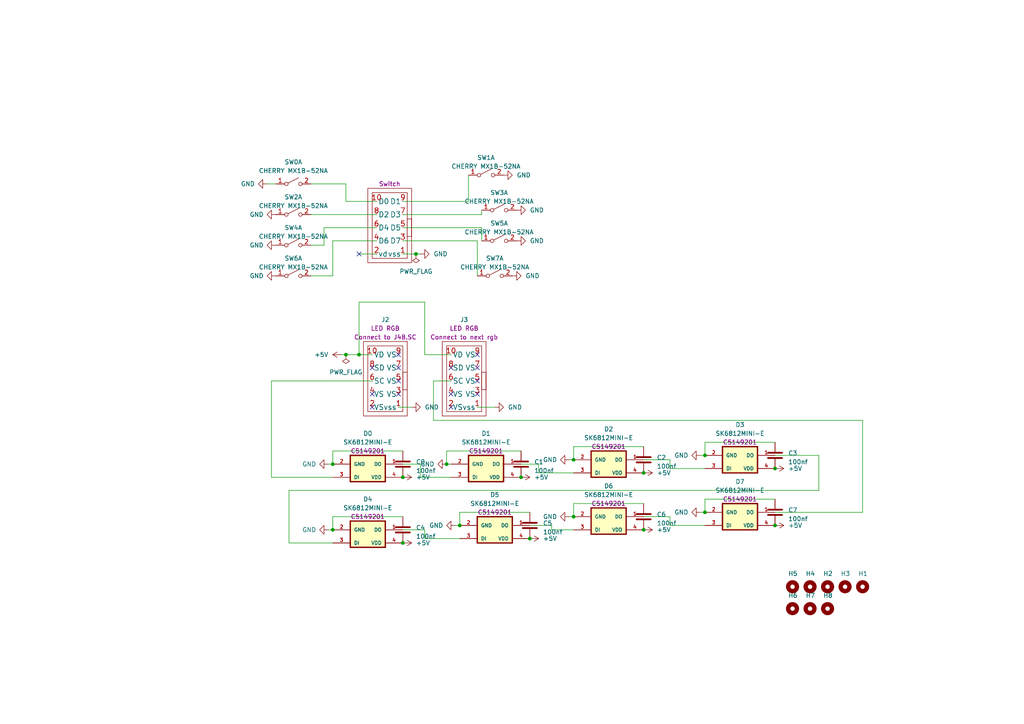
<source format=kicad_sch>
(kicad_sch (version 20230121) (generator eeschema)
  (paper "A4")
  (lib_symbols
    (symbol "IDC-Header_2x05_P2.54mm_Vertical_1"
      (property "Reference" "J2" (at 0 17.78 0))
      (property "Champ4" "LED RGB" (at 0 15.24 0))
      (property "Champ5" "Connect to J4B.SC" (at 0 12.7 0))
      (symbol "IDC-Header_2x05_P2.54mm_Vertical_1_0_1"
        (rectangle (start -6.35 -10.16) (end 6.35 11.43))
        (rectangle (start -5.08 -8.89) (end 5.08 10.16))
        (rectangle (start 5.08 -2.54) (end 6.35 2.54))
      )
      (symbol "IDC-Header_2x05_P2.54mm_Vertical_1_1_1"
        (pin passive line (at 3.81 -7.62 180) (length 0) (name "vss") (number "1"))
        (pin passive line (at -3.81 7.62 0) (length 0) (name "VD") (number "10"))
        (pin passive line (at -3.81 -7.62 0) (length 0) (name "VS") (number "2"))
        (pin passive line (at 3.81 -3.81 180) (length 0) (name "VS") (number "3"))
        (pin passive line (at -3.81 -3.81 0) (length 0) (name "VS") (number "4"))
        (pin passive line (at 3.81 0 180) (length 0) (name "VS") (number "5"))
        (pin passive line (at -3.81 0 0) (length 0) (name "SC") (number "6"))
        (pin passive line (at 3.81 3.81 180) (length 0) (name "VS") (number "7"))
        (pin passive line (at -3.81 3.81 0) (length 0) (name "SD") (number "8"))
        (pin passive line (at 3.81 7.62 180) (length 0) (name "VS") (number "9"))
      )
    )
    (symbol "Mechanical:MountingHole" (pin_names (offset 1.016))
      (property "Reference" "H" (at 0 5.08 0))
      (property "Value" "MountingHole" (at 0 3.175 0))
      (symbol "MountingHole_0_1"
        (circle (center 0 0) (radius 1.27) (stroke (width 1.27)))
      )
    )
    (symbol "Switch:SW_DPST_x2" (pin_names (offset 0) hide)
      (property "Reference" "SW" (at 0 3.175 0))
      (property "Value" "SW_DPST_x2" (at 0 -2.54 0))
      (symbol "SW_DPST_x2_0_0"
        (circle (center -2.032 0) (radius 0.508))
        (polyline (pts (xy -1.524 0.254) (xy 1.524 1.778)))
        (circle (center 2.032 0) (radius 0.508))
      )
      (symbol "SW_DPST_x2_1_1"
        (pin passive line (at -5.08 0 0) (length 2.54) (name "A") (number "1"))
        (pin passive line (at 5.08 0 180) (length 2.54) (name "B") (number "2"))
      )
      (symbol "SW_DPST_x2_2_1"
        (pin passive line (at -5.08 0 0) (length 2.54) (name "A") (number "3"))
        (pin passive line (at 5.08 0 180) (length 2.54) (name "B") (number "4"))
      )
    )
    (symbol "ksir_2023:C-100nf" (pin_numbers hide) (pin_names (offset 0.254))
      (property "Reference" "C1" (at 3.81 1.2701 0))
      (property "Value" "100nf" (at 3.81 -1.2699 0))
      (symbol "C-100nf_0_1"
        (polyline (pts (xy -2.032 -0.762) (xy 2.032 -0.762)) (stroke (width 0.508)))
        (polyline (pts (xy -2.032 0.762) (xy 2.032 0.762)) (stroke (width 0.508)))
      )
      (symbol "C-100nf_1_1"
        (pin passive line (at 0 3.81 270) (length 2.794) (name "~") (number "1"))
        (pin passive line (at 0 -3.81 90) (length 2.794) (name "~") (number "2"))
      )
    )
    (symbol "ksir_2023:IDC-Header_2x05_P2.54mm_Vertical"
      (property "Reference" "J?" (at 0 16.51 0))
      (property "Value" "IDC-Header_2x05_P2.54mm_Vertical" (at 0 13.97 0))
      (symbol "IDC-Header_2x05_P2.54mm_Vertical_0_1"
        (rectangle (start -6.35 -10.16) (end 6.35 11.43))
        (rectangle (start -5.08 -8.89) (end 5.08 10.16))
        (rectangle (start 5.08 -2.54) (end 6.35 2.54))
      )
      (symbol "IDC-Header_2x05_P2.54mm_Vertical_1_1"
        (pin passive line (at 3.81 -7.62 180) (length 0) (name "vss") (number "1"))
        (pin passive line (at -3.81 7.62 0) (length 0) (name "D0") (number "10"))
        (pin passive line (at -3.81 -7.62 0) (length 0) (name "vd") (number "2"))
        (pin passive line (at 3.81 -3.81 180) (length 0) (name "D7") (number "3"))
        (pin passive line (at -3.81 -3.81 0) (length 0) (name "D6") (number "4"))
        (pin passive line (at 3.81 0 180) (length 0) (name "D5") (number "5"))
        (pin passive line (at -3.81 0 0) (length 0) (name "D4") (number "6"))
        (pin passive line (at 3.81 3.81 180) (length 0) (name "D3") (number "7"))
        (pin passive line (at -3.81 3.81 0) (length 0) (name "D2") (number "8"))
        (pin passive line (at 3.81 7.62 180) (length 0) (name "D1") (number "9"))
      )
    )
    (symbol "ksir_2023:WS2812-2020_1" (pin_names (offset 1.016))
      (property "Reference" "D1" (at 0 8.89 0))
      (property "Value" "WS2812-2020" (at 0 6.35 0))
      (property "JLCPCB Part #" "C2976072" (at 0 0 0))
      (symbol "WS2812-2020_1_0_0"
        (rectangle (start -5.08 3.81) (end 5.08 -3.81) (stroke (width 0.4064)) (fill (type background)))
        (pin output line (at 10.16 1.27 180) (length 5.08) (name "DO") (number "1"))
        (pin power_in line (at -10.16 1.27 0) (length 5.08) (name "GND") (number "2"))
        (pin input line (at -10.16 -2.54 0) (length 5.08) (name "DI") (number "3"))
        (pin power_in line (at 10.16 -2.54 180) (length 5.08) (name "VDD") (number "4"))
      )
    )
    (symbol "power:+5V" (power) (pin_names (offset 0))
      (property "Value" "+5V" (at 0 3.556 0))
      (symbol "+5V_0_1"
        (polyline (pts (xy -0.762 1.27) (xy 0 2.54)))
        (polyline (pts (xy 0 0) (xy 0 2.54)))
        (polyline (pts (xy 0 2.54) (xy 0.762 1.27)))
      )
      (symbol "+5V_1_1"
        (pin power_in line (at 0 0 90) (length 0) hide (name "+5V") (number "1"))
      )
    )
    (symbol "power:GND" (power) (pin_names (offset 0))
      (property "Value" "GND" (at 0 -3.81 0))
      (symbol "GND_0_1"
        (polyline (pts (xy 0 0) (xy 0 -1.27) (xy 1.27 -1.27) (xy 0 -2.54) (xy -1.27 -1.27) (xy 0 -1.27)))
      )
      (symbol "GND_1_1"
        (pin power_in line (at 0 0 270) (length 0) hide (name "GND") (number "1"))
      )
    )
    (symbol "power:PWR_FLAG" (power) (pin_numbers hide) (pin_names (offset 0) hide)
      (property "Value" "PWR_FLAG" (at 0 3.81 0))
      (symbol "PWR_FLAG_0_0"
        (pin power_out line (at 0 0 90) (length 0) (name "pwr") (number "1"))
      )
      (symbol "PWR_FLAG_0_1"
        (polyline (pts (xy 0 0) (xy 0 1.27) (xy -1.016 1.905) (xy 0 2.54) (xy 1.016 1.905) (xy 0 1.27)))
      )
    )
  )
  (junction (at 129.54 134.62))
  (junction (at 104.14 102.87))
  (junction (at 133.35 152.4))
  (junction (at 186.69 137.16))
  (junction (at 100.33 102.87))
  (junction (at 96.52 134.62))
  (junction (at 224.79 135.89))
  (junction (at 166.37 149.86))
  (junction (at 116.84 138.43))
  (junction (at 151.13 138.43))
  (junction (at 96.52 153.67))
  (junction (at 153.67 156.21))
  (junction (at 166.37 133.35))
  (junction (at 204.47 148.59))
  (junction (at 224.79 152.4))
  (junction (at 116.84 157.48))
  (junction (at 186.69 153.67))
  (junction (at 120.65 73.66))
  (junction (at 204.47 132.08))
  (no_connect (at 115.57 102.87))
  (no_connect (at 138.43 102.87))
  (no_connect (at 107.95 106.68))
  (no_connect (at 115.57 114.3))
  (no_connect (at 115.57 110.49))
  (no_connect (at 104.14 73.66))
  (no_connect (at 138.43 114.3))
  (no_connect (at 115.57 106.68))
  (no_connect (at 130.81 118.11))
  (no_connect (at 138.43 110.49))
  (no_connect (at 130.81 106.68))
  (no_connect (at 138.43 106.68))
  (no_connect (at 107.95 114.3))
  (no_connect (at 130.81 114.3))
  (no_connect (at 107.95 118.11))
  (wire (pts (xy 95.25 153.67) (xy 96.52 153.67)))
  (wire (pts (xy 224.79 128.27) (xy 204.47 128.27)))
  (wire (pts (xy 100.33 58.42) (xy 100.33 53.34)))
  (wire (pts (xy 166.37 129.54) (xy 166.37 133.35)))
  (wire (pts (xy 194.31 149.86) (xy 194.31 152.4)))
  (wire (pts (xy 130.81 102.87) (xy 123.19 102.87)))
  (wire (pts (xy 78.74 110.49) (xy 78.74 138.43)))
  (wire (pts (xy 224.79 148.59) (xy 250.19 148.59)))
  (wire (pts (xy 104.14 102.87) (xy 107.95 102.87)))
  (wire (pts (xy 100.33 53.34) (xy 90.17 53.34)))
  (wire (pts (xy 83.82 142.24) (xy 83.82 157.48)))
  (wire (pts (xy 194.31 152.4) (xy 204.47 152.4)))
  (wire (pts (xy 104.14 87.63) (xy 104.14 102.87)))
  (wire (pts (xy 151.13 130.81) (xy 129.54 130.81)))
  (wire (pts (xy 138.43 69.85) (xy 138.43 80.01)))
  (wire (pts (xy 186.69 129.54) (xy 166.37 129.54)))
  (wire (pts (xy 153.67 152.4) (xy 160.02 152.4)))
  (wire (pts (xy 203.2 132.08) (xy 204.47 132.08)))
  (wire (pts (xy 96.52 130.81) (xy 96.52 134.62)))
  (wire (pts (xy 160.02 153.67) (xy 166.37 153.67)))
  (wire (pts (xy 160.02 152.4) (xy 160.02 153.67)))
  (wire (pts (xy 116.84 66.04) (xy 139.7 66.04)))
  (wire (pts (xy 204.47 128.27) (xy 204.47 132.08)))
  (wire (pts (xy 166.37 146.05) (xy 166.37 149.86)))
  (wire (pts (xy 119.38 118.11) (xy 115.57 118.11)))
  (wire (pts (xy 90.17 80.01) (xy 96.52 80.01)))
  (wire (pts (xy 123.19 102.87) (xy 123.19 87.63)))
  (wire (pts (xy 99.06 102.87) (xy 100.33 102.87)))
  (wire (pts (xy 77.47 53.34) (xy 80.01 53.34)))
  (wire (pts (xy 125.73 121.92) (xy 125.73 110.49)))
  (wire (pts (xy 139.7 66.04) (xy 139.7 69.85)))
  (wire (pts (xy 125.73 110.49) (xy 130.81 110.49)))
  (wire (pts (xy 156.21 137.16) (xy 166.37 137.16)))
  (wire (pts (xy 203.2 148.59) (xy 204.47 148.59)))
  (wire (pts (xy 153.67 148.59) (xy 133.35 148.59)))
  (wire (pts (xy 133.35 148.59) (xy 133.35 152.4)))
  (wire (pts (xy 186.69 146.05) (xy 166.37 146.05)))
  (wire (pts (xy 83.82 157.48) (xy 96.52 157.48)))
  (wire (pts (xy 121.92 73.66) (xy 120.65 73.66)))
  (wire (pts (xy 123.19 87.63) (xy 104.14 87.63)))
  (wire (pts (xy 116.84 149.86) (xy 96.52 149.86)))
  (wire (pts (xy 96.52 80.01) (xy 96.52 69.85)))
  (wire (pts (xy 116.84 134.62) (xy 121.92 134.62)))
  (wire (pts (xy 95.25 134.62) (xy 96.52 134.62)))
  (wire (pts (xy 93.98 66.04) (xy 109.22 66.04)))
  (wire (pts (xy 100.33 102.87) (xy 104.14 102.87)))
  (wire (pts (xy 186.69 133.35) (xy 194.31 133.35)))
  (wire (pts (xy 194.31 135.89) (xy 204.47 135.89)))
  (wire (pts (xy 143.51 118.11) (xy 138.43 118.11)))
  (wire (pts (xy 123.19 156.21) (xy 133.35 156.21)))
  (wire (pts (xy 109.22 58.42) (xy 100.33 58.42)))
  (wire (pts (xy 151.13 134.62) (xy 156.21 134.62)))
  (wire (pts (xy 123.19 153.67) (xy 123.19 156.21)))
  (wire (pts (xy 96.52 69.85) (xy 109.22 69.85)))
  (wire (pts (xy 78.74 138.43) (xy 96.52 138.43)))
  (wire (pts (xy 186.69 149.86) (xy 194.31 149.86)))
  (wire (pts (xy 129.54 134.62) (xy 130.81 134.62)))
  (wire (pts (xy 120.65 73.66) (xy 116.84 73.66)))
  (wire (pts (xy 116.84 62.23) (xy 139.7 62.23)))
  (wire (pts (xy 237.49 142.24) (xy 83.82 142.24)))
  (wire (pts (xy 250.19 121.92) (xy 125.73 121.92)))
  (wire (pts (xy 224.79 144.78) (xy 204.47 144.78)))
  (wire (pts (xy 237.49 132.08) (xy 237.49 142.24)))
  (wire (pts (xy 121.92 138.43) (xy 130.81 138.43)))
  (wire (pts (xy 194.31 133.35) (xy 194.31 135.89)))
  (wire (pts (xy 116.84 58.42) (xy 135.89 58.42)))
  (wire (pts (xy 204.47 144.78) (xy 204.47 148.59)))
  (wire (pts (xy 165.1 149.86) (xy 166.37 149.86)))
  (wire (pts (xy 116.84 153.67) (xy 123.19 153.67)))
  (wire (pts (xy 224.79 132.08) (xy 237.49 132.08)))
  (wire (pts (xy 116.84 130.81) (xy 96.52 130.81)))
  (wire (pts (xy 250.19 148.59) (xy 250.19 121.92)))
  (wire (pts (xy 90.17 62.23) (xy 109.22 62.23)))
  (wire (pts (xy 139.7 62.23) (xy 139.7 60.96)))
  (wire (pts (xy 121.92 134.62) (xy 121.92 138.43)))
  (wire (pts (xy 107.95 110.49) (xy 78.74 110.49)))
  (wire (pts (xy 135.89 58.42) (xy 135.89 50.8)))
  (wire (pts (xy 116.84 69.85) (xy 138.43 69.85)))
  (wire (pts (xy 132.08 152.4) (xy 133.35 152.4)))
  (wire (pts (xy 96.52 149.86) (xy 96.52 153.67)))
  (wire (pts (xy 156.21 134.62) (xy 156.21 137.16)))
  (wire (pts (xy 90.17 71.12) (xy 93.98 71.12)))
  (wire (pts (xy 129.54 130.81) (xy 129.54 134.62)))
  (wire (pts (xy 104.14 73.66) (xy 109.22 73.66)))
  (wire (pts (xy 93.98 71.12) (xy 93.98 66.04)))
  (wire (pts (xy 165.1 133.35) (xy 166.37 133.35)))
  (symbol (lib_id "power:GND") (at 80.01 62.23 270) (unit 1)
    (property "Reference" "#PWR01" (effects hide))
    (property "Value" "GND" (at 72.39 62.23 90) (effects (justify left)))
  )
  (symbol (lib_id "power:PWR_FLAG") (at 120.65 73.66 180) (unit 1)
    (property "Reference" "#FLG02" (effects hide))
    (property "Value" "PWR_FLAG" (at 120.65 78.74 0))
  )
  (symbol (lib_id "Switch:SW_DPST_x2") (at 140.97 50.8 0) (unit 1)
    (property "Reference" "SW1" (at 140.97 45.72 0))
    (property "Value" "CHERRY MX1B-52NA" (at 140.97 48.26 0))
    (property "Footprint" "ksir 2022:SW_Alps_Matias_1.00u_cherry_LP" (effects hide))
  )
  (symbol (lib_id "ksir_2023:WS2812-2020_1") (at 176.53 151.13 0) (unit 1)
    (property "Reference" "D6" (at 176.53 140.97 0))
    (property "Value" "SK6812MINI-E" (at 176.53 143.51 0))
    (property "Footprint" "ksir 2022:SK6812-MINI-E" (effects hide))
    (property "STANDARD" "Manufacturer Recommendations" (effects hide))
    (property "MANUFACTURER" "Worldsemi" (effects hide))
    (property "JLCPCB Part #" "C5149201" (at 176.53 146.05 0))
  )
  (symbol (lib_id "ksir_2023:WS2812-2020_1") (at 176.53 134.62 0) (unit 1)
    (property "Reference" "D2" (at 176.53 124.46 0))
    (property "Value" "SK6812MINI-E" (at 176.53 127 0))
    (property "Footprint" "ksir 2022:SK6812-MINI-E" (effects hide))
    (property "STANDARD" "Manufacturer Recommendations" (effects hide))
    (property "MANUFACTURER" "Worldsemi" (effects hide))
    (property "JLCPCB Part #" "C5149201" (at 176.53 129.54 0))
  )
  (symbol (lib_id "power:GND") (at 165.1 149.86 270) (unit 1)
    (property "Reference" "#PWR0127" (effects hide))
    (property "Value" "GND" (at 157.48 149.86 90) (effects (justify left)))
  )
  (symbol (lib_id "ksir_2023:WS2812-2020_1") (at 106.68 154.94 0) (unit 1)
    (property "Reference" "D4" (at 106.68 144.78 0))
    (property "Value" "SK6812MINI-E" (at 106.68 147.32 0))
    (property "Footprint" "ksir 2022:SK6812-MINI-E" (effects hide))
    (property "STANDARD" "Manufacturer Recommendations" (effects hide))
    (property "MANUFACTURER" "Worldsemi" (effects hide))
    (property "JLCPCB Part #" "C5149201" (at 106.68 149.86 0))
  )
  (symbol (lib_id "power:+5V") (at 116.84 138.43 270) (unit 1)
    (property "Reference" "#PWR0112" (effects hide))
    (property "Value" "+5V" (at 120.65 138.4299 90) (effects (justify left)))
  )
  (symbol (lib_id "ksir_2023:C-100nf") (at 151.13 134.62 0) (unit 1)
    (property "Reference" "C1" (at 154.94 133.985 0) (effects (justify left)))
    (property "Value" "100nf" (at 154.94 136.525 0) (effects (justify left)))
    (property "Footprint" "ksir 2022:CAPC1005X55N" (effects hide))
    (property "Champ4" "CL05B104KO5NNNC" (effects hide))
    (property "JLCPCB Part #" "C1525" (effects hide))
  )
  (symbol (lib_id "ksir_2023:WS2812-2020_1") (at 214.63 149.86 0) (unit 1)
    (property "Reference" "D7" (at 214.63 139.7 0))
    (property "Value" "SK6812MINI-E" (at 214.63 142.24 0))
    (property "Footprint" "ksir 2022:SK6812-MINI-E" (effects hide))
    (property "STANDARD" "Manufacturer Recommendations" (effects hide))
    (property "MANUFACTURER" "Worldsemi" (effects hide))
    (property "JLCPCB Part #" "C5149201" (at 214.63 144.78 0))
  )
  (symbol (lib_id "ksir_2023:C-100nf") (at 116.84 134.62 0) (unit 1)
    (property "Reference" "C0" (at 120.65 133.985 0) (effects (justify left)))
    (property "Value" "100nf" (at 120.65 136.525 0) (effects (justify left)))
    (property "Footprint" "Capacitor_SMD:C_0402_1005Metric" (effects hide))
    (property "Champ4" "CL05B104KO5NNNC" (effects hide))
    (property "JLCPCB Part #" "C1525" (effects hide))
  )
  (symbol (lib_id "ksir_2023:C-100nf") (at 186.69 133.35 0) (unit 1)
    (property "Reference" "C2" (at 190.5 132.715 0) (effects (justify left)))
    (property "Value" "100nf" (at 190.5 135.255 0) (effects (justify left)))
    (property "Footprint" "ksir 2022:CAPC1005X55N" (effects hide))
    (property "Champ4" "CL05B104KO5NNNC" (effects hide))
    (property "JLCPCB Part #" "C1525" (effects hide))
  )
  (symbol (lib_id "Switch:SW_DPST_x2") (at 85.09 62.23 0) (unit 1)
    (property "Reference" "SW2" (at 85.09 57.15 0))
    (property "Value" "CHERRY MX1B-52NA" (at 85.09 59.69 0))
    (property "Footprint" "ksir 2022:SW_Alps_Matias_1.00u_cherry_LP" (effects hide))
  )
  (symbol (lib_id "power:+5V") (at 153.67 156.21 270) (unit 1)
    (property "Reference" "#PWR0126" (effects hide))
    (property "Value" "+5V" (at 157.48 156.2099 90) (effects (justify left)))
  )
  (symbol (lib_id "power:GND") (at 95.25 134.62 270) (unit 1)
    (property "Reference" "#PWR0114" (effects hide))
    (property "Value" "GND" (at 87.63 134.62 90) (effects (justify left)))
  )
  (symbol (lib_id "power:GND") (at 203.2 132.08 270) (unit 1)
    (property "Reference" "#PWR0123" (effects hide))
    (property "Value" "GND" (at 195.58 132.08 90) (effects (justify left)))
  )
  (symbol (lib_id "power:GND") (at 129.54 134.62 270) (unit 1)
    (property "Reference" "#PWR0116" (effects hide))
    (property "Value" "GND" (at 121.92 134.62 90) (effects (justify left)))
  )
  (symbol (lib_id "Switch:SW_DPST_x2") (at 144.78 69.85 0) (unit 1)
    (property "Reference" "SW5" (at 144.78 64.77 0))
    (property "Value" "CHERRY MX1B-52NA" (at 144.78 67.31 0))
    (property "Footprint" "ksir 2022:SW_Alps_Matias_1.00u_cherry_LP" (effects hide))
  )
  (symbol (lib_id "power:GND") (at 119.38 118.11 90) (unit 1)
    (property "Reference" "#PWR0128" (effects hide))
    (property "Value" "GND" (at 123.19 118.1099 90) (effects (justify right)))
  )
  (symbol (lib_id "Mechanical:MountingHole") (at 234.95 170.18 0) (unit 1)
    (property "Reference" "H4" (at 233.68 166.37 0) (effects (justify left)))
    (property "Value" "MountingHole" (effects hide))
    (property "Footprint" "MountingHole:MountingHole_3mm" (effects hide))
  )
  (symbol (lib_id "power:+5V") (at 116.84 157.48 270) (unit 1)
    (property "Reference" "#PWR0113" (effects hide))
    (property "Value" "+5V" (at 120.65 157.4799 90) (effects (justify left)))
  )
  (symbol (lib_id "ksir_2023:C-100nf") (at 224.79 148.59 0) (unit 1)
    (property "Reference" "C7" (at 228.6 147.955 0) (effects (justify left)))
    (property "Value" "100nf" (at 228.6 150.495 0) (effects (justify left)))
    (property "Footprint" "ksir 2022:CAPC1005X55N" (effects hide))
    (property "Champ4" "CL05B104KO5NNNC" (effects hide))
    (property "JLCPCB Part #" "C1525" (effects hide))
  )
  (symbol (lib_id "Switch:SW_DPST_x2") (at 85.09 80.01 0) (unit 1)
    (property "Reference" "SW6" (at 85.09 74.93 0))
    (property "Value" "CHERRY MX1B-52NA" (at 85.09 77.47 0))
    (property "Footprint" "ksir 2022:SW_Alps_Matias_1.00u_cherry_LP" (effects hide))
  )
  (symbol (lib_id "power:+5V") (at 224.79 152.4 270) (unit 1)
    (property "Reference" "#PWR0118" (effects hide))
    (property "Value" "+5V" (at 228.6 152.3999 90) (effects (justify left)))
  )
  (symbol (lib_id "power:GND") (at 121.92 73.66 90) (unit 1)
    (property "Reference" "#PWR0101" (effects hide))
    (property "Value" "GND" (at 125.73 73.6599 90) (effects (justify right)))
  )
  (symbol (lib_id "power:GND") (at 149.86 69.85 90) (unit 1)
    (property "Reference" "#PWR06" (effects hide))
    (property "Value" "GND" (at 153.67 69.8499 90) (effects (justify right)))
  )
  (symbol (lib_id "power:GND") (at 203.2 148.59 270) (unit 1)
    (property "Reference" "#PWR0125" (effects hide))
    (property "Value" "GND" (at 195.58 148.59 90) (effects (justify left)))
  )
  (symbol (lib_id "Switch:SW_DPST_x2") (at 144.78 60.96 0) (unit 1)
    (property "Reference" "SW3" (at 144.78 55.88 0))
    (property "Value" "CHERRY MX1B-52NA" (at 144.78 58.42 0))
    (property "Footprint" "ksir 2022:SW_Alps_Matias_1.00u_cherry_LP" (effects hide))
  )
  (symbol (lib_id "Switch:SW_DPST_x2") (at 85.09 53.34 0) (unit 1)
    (property "Reference" "SW0" (at 85.09 46.99 0))
    (property "Value" "CHERRY MX1B-52NA" (at 85.09 49.53 0))
    (property "Footprint" "ksir 2022:SW_Alps_Matias_1.00u_cherry_LP" (effects hide))
  )
  (symbol (lib_id "ksir_2023:C-100nf") (at 116.84 153.67 0) (unit 1)
    (property "Reference" "C4" (at 120.65 153.035 0) (effects (justify left)))
    (property "Value" "100nf" (at 120.65 155.575 0) (effects (justify left)))
    (property "Footprint" "ksir 2022:CAPC1005X55N" (effects hide))
    (property "Champ4" "CL05B104KO5NNNC" (effects hide))
    (property "JLCPCB Part #" "C1525" (effects hide))
  )
  (symbol (lib_id "power:+5V") (at 99.06 102.87 90) (unit 1)
    (property "Reference" "#PWR0106" (effects hide))
    (property "Value" "+5V" (at 95.25 102.8699 90) (effects (justify left)))
  )
  (symbol (lib_id "power:+5V") (at 186.69 153.67 270) (unit 1)
    (property "Reference" "#PWR0122" (effects hide))
    (property "Value" "+5V" (at 190.5 153.6699 90) (effects (justify left)))
  )
  (symbol (lib_id "Mechanical:MountingHole") (at 229.87 170.18 0) (unit 1)
    (property "Reference" "H5" (at 228.6 166.37 0) (effects (justify left)))
    (property "Value" "MountingHole" (effects hide))
    (property "Footprint" "MountingHole:MountingHole_3mm" (effects hide))
  )
  (symbol (lib_name "IDC-Header_2x05_P2.54mm_Vertical_1") (lib_id "ksir_2023:IDC-Header_2x05_P2.54mm_Vertical") (at 111.76 110.49 0) (unit 1)
    (property "Reference" "J2" (at 111.76 92.71 0))
    (property "Value" "IDC-Header_2x05_P2.54mm_Vertical" (effects hide))
    (property "Footprint" "Connector_IDC:IDC-Header_2x05_P2.54mm_Vertical" (effects hide))
    (property "Champ4" "LED RGB" (at 111.76 95.25 0))
    (property "Champ5" "Connect to J4B.SC" (at 111.76 97.79 0))
  )
  (symbol (lib_id "power:GND") (at 148.59 80.01 90) (unit 1)
    (property "Reference" "#PWR07" (effects hide))
    (property "Value" "GND" (at 152.4 80.0099 90) (effects (justify right)))
  )
  (symbol (lib_id "Mechanical:MountingHole") (at 245.11 170.18 0) (unit 1)
    (property "Reference" "H3" (at 243.84 166.37 0) (effects (justify left)))
    (property "Value" "MountingHole" (effects hide))
    (property "Footprint" "MountingHole:MountingHole_3mm" (effects hide))
  )
  (symbol (lib_id "power:GND") (at 146.05 50.8 90) (unit 1)
    (property "Reference" "#PWR04" (effects hide))
    (property "Value" "GND" (at 149.86 50.7999 90) (effects (justify right)))
  )
  (symbol (lib_id "power:PWR_FLAG") (at 100.33 102.87 180) (unit 1)
    (property "Reference" "#FLG03" (effects hide))
    (property "Value" "PWR_FLAG" (at 100.33 107.95 0))
  )
  (symbol (lib_id "power:GND") (at 77.47 53.34 270) (unit 1)
    (property "Reference" "#PWR0110" (effects hide))
    (property "Value" "GND" (at 69.85 53.34 90) (effects (justify left)))
  )
  (symbol (lib_id "ksir_2023:WS2812-2020_1") (at 143.51 153.67 0) (unit 1)
    (property "Reference" "D5" (at 143.51 143.51 0))
    (property "Value" "SK6812MINI-E" (at 143.51 146.05 0))
    (property "Footprint" "ksir 2022:SK6812-MINI-E" (effects hide))
    (property "STANDARD" "Manufacturer Recommendations" (effects hide))
    (property "MANUFACTURER" "Worldsemi" (effects hide))
    (property "JLCPCB Part #" "C5149201" (at 143.51 148.59 0))
  )
  (symbol (lib_id "Mechanical:MountingHole") (at 250.19 170.18 0) (unit 1)
    (property "Reference" "H1" (at 248.92 166.37 0) (effects (justify left)))
    (property "Value" "MountingHole" (effects hide))
    (property "Footprint" "MountingHole:MountingHole_3mm" (effects hide))
  )
  (symbol (lib_id "Switch:SW_DPST_x2") (at 143.51 80.01 0) (unit 1)
    (property "Reference" "SW7" (at 143.51 74.93 0))
    (property "Value" "CHERRY MX1B-52NA" (at 143.51 77.47 0))
    (property "Footprint" "ksir 2022:SW_Alps_Matias_1.00u_cherry_LP" (effects hide))
  )
  (symbol (lib_id "power:GND") (at 132.08 152.4 270) (unit 1)
    (property "Reference" "#PWR0117" (effects hide))
    (property "Value" "GND" (at 124.46 152.4 90) (effects (justify left)))
  )
  (symbol (lib_id "power:+5V") (at 151.13 138.43 270) (unit 1)
    (property "Reference" "#PWR0120" (effects hide))
    (property "Value" "+5V" (at 154.94 138.4299 90) (effects (justify left)))
  )
  (symbol (lib_id "ksir_2023:WS2812-2020_1") (at 106.68 135.89 0) (unit 1)
    (property "Reference" "D0" (at 106.68 125.73 0))
    (property "Value" "SK6812MINI-E" (at 106.68 128.27 0))
    (property "Footprint" "ksir 2022:SK6812-MINI-E" (effects hide))
    (property "STANDARD" "Manufacturer Recommendations" (effects hide))
    (property "MANUFACTURER" "Worldsemi" (effects hide))
    (property "JLCPCB Part #" "C5149201" (at 106.68 130.81 0))
  )
  (symbol (lib_id "Switch:SW_DPST_x2") (at 85.09 71.12 0) (unit 1)
    (property "Reference" "SW4" (at 85.09 66.04 0))
    (property "Value" "CHERRY MX1B-52NA" (at 85.09 68.58 0))
    (property "Footprint" "ksir 2022:SW_Alps_Matias_1.00u_cherry_LP" (effects hide))
  )
  (symbol (lib_id "ksir_2023:WS2812-2020_1") (at 140.97 135.89 0) (unit 1)
    (property "Reference" "D1" (at 140.97 125.73 0))
    (property "Value" "SK6812MINI-E" (at 140.97 128.27 0))
    (property "Footprint" "ksir 2022:SK6812-MINI-E" (effects hide))
    (property "STANDARD" "Manufacturer Recommendations" (effects hide))
    (property "MANUFACTURER" "Worldsemi" (effects hide))
    (property "JLCPCB Part #" "C5149201" (at 140.97 130.81 0))
  )
  (symbol (lib_id "Mechanical:MountingHole") (at 240.03 176.53 0) (unit 1)
    (property "Reference" "H8" (at 238.76 172.72 0) (effects (justify left)))
    (property "Value" "MountingHole" (effects hide))
    (property "Footprint" "MountingHole:MountingHole_3mm" (effects hide))
  )
  (symbol (lib_id "power:GND") (at 80.01 80.01 270) (unit 1)
    (property "Reference" "#PWR03" (effects hide))
    (property "Value" "GND" (at 72.39 80.01 90) (effects (justify left)))
  )
  (symbol (lib_id "power:GND") (at 165.1 133.35 270) (unit 1)
    (property "Reference" "#PWR0121" (effects hide))
    (property "Value" "GND" (at 157.48 133.35 90) (effects (justify left)))
  )
  (symbol (lib_id "ksir_2023:IDC-Header_2x05_P2.54mm_Vertical") (at 113.03 66.04 0) (unit 1)
    (property "Reference" "J1" (effects hide))
    (property "Value" "IDC-Header_2x05_P2.54mm_Vertical" (effects hide))
    (property "Footprint" "Connector_IDC:IDC-Header_2x05_P2.54mm_Vertical" (effects hide))
    (property "Champ4" "Switch" (at 113.03 53.34 0))
  )
  (symbol (lib_id "Mechanical:MountingHole") (at 229.87 176.53 0) (unit 1)
    (property "Reference" "H6" (at 228.6 172.72 0) (effects (justify left)))
    (property "Value" "MountingHole" (effects hide))
    (property "Footprint" "MountingHole:MountingHole_3mm" (effects hide))
  )
  (symbol (lib_id "ksir_2023:WS2812-2020_1") (at 214.63 133.35 0) (unit 1)
    (property "Reference" "D3" (at 214.63 123.19 0))
    (property "Value" "SK6812MINI-E" (at 214.63 125.73 0))
    (property "Footprint" "ksir 2022:SK6812-MINI-E" (effects hide))
    (property "STANDARD" "Manufacturer Recommendations" (effects hide))
    (property "MANUFACTURER" "Worldsemi" (effects hide))
    (property "JLCPCB Part #" "C5149201" (at 214.63 128.27 0))
  )
  (symbol (lib_id "power:+5V") (at 224.79 135.89 270) (unit 1)
    (property "Reference" "#PWR0119" (effects hide))
    (property "Value" "+5V" (at 228.6 135.8899 90) (effects (justify left)))
  )
  (symbol (lib_id "ksir_2023:C-100nf") (at 153.67 152.4 0) (unit 1)
    (property "Reference" "C5" (at 157.48 151.765 0) (effects (justify left)))
    (property "Value" "100nf" (at 157.48 154.305 0) (effects (justify left)))
    (property "Footprint" "ksir 2022:CAPC1005X55N" (effects hide))
    (property "Champ4" "CL05B104KO5NNNC" (effects hide))
    (property "JLCPCB Part #" "C1525" (effects hide))
  )
  (symbol (lib_id "power:GND") (at 95.25 153.67 270) (unit 1)
    (property "Reference" "#PWR0115" (effects hide))
    (property "Value" "GND" (at 87.63 153.67 90) (effects (justify left)))
  )
  (symbol (lib_id "power:+5V") (at 186.69 137.16 270) (unit 1)
    (property "Reference" "#PWR0124" (effects hide))
    (property "Value" "+5V" (at 190.5 137.1599 90) (effects (justify left)))
  )
  (symbol (lib_id "ksir_2023:C-100nf") (at 224.79 132.08 0) (unit 1)
    (property "Reference" "C3" (at 228.6 131.445 0) (effects (justify left)))
    (property "Value" "100nf" (at 228.6 133.985 0) (effects (justify left)))
    (property "Footprint" "ksir 2022:CAPC1005X55N" (effects hide))
    (property "Champ4" "CL05B104KO5NNNC" (effects hide))
    (property "JLCPCB Part #" "C1525" (effects hide))
  )
  (symbol (lib_id "Mechanical:MountingHole") (at 240.03 170.18 0) (unit 1)
    (property "Reference" "H2" (at 238.76 166.37 0) (effects (justify left)))
    (property "Value" "MountingHole" (effects hide))
    (property "Footprint" "MountingHole:MountingHole_3mm" (effects hide))
  )
  (symbol (lib_id "Mechanical:MountingHole") (at 234.95 176.53 0) (unit 1)
    (property "Reference" "H7" (at 233.68 172.72 0) (effects (justify left)))
    (property "Value" "MountingHole" (effects hide))
    (property "Footprint" "MountingHole:MountingHole_3mm" (effects hide))
  )
  (symbol (lib_id "ksir_2023:C-100nf") (at 186.69 149.86 0) (unit 1)
    (property "Reference" "C6" (at 190.5 149.225 0) (effects (justify left)))
    (property "Value" "100nf" (at 190.5 151.765 0) (effects (justify left)))
    (property "Footprint" "ksir 2022:CAPC1005X55N" (effects hide))
    (property "Champ4" "CL05B104KO5NNNC" (effects hide))
    (property "JLCPCB Part #" "C1525" (effects hide))
  )
  (symbol (lib_name "IDC-Header_2x05_P2.54mm_Vertical_1") (lib_id "ksir_2023:IDC-Header_2x05_P2.54mm_Vertical") (at 134.62 110.49 0) (unit 1)
    (property "Reference" "J3" (at 134.62 92.71 0))
    (property "Value" "IDC-Header_2x05_P2.54mm_Vertical" (effects hide))
    (property "Footprint" "Connector_IDC:IDC-Header_2x05_P2.54mm_Vertical" (effects hide))
    (property "Champ4" "LED RGB" (at 134.62 95.25 0))
    (property "Champ5" "Connect to next rgb" (at 134.62 97.79 0))
  )
  (symbol (lib_id "power:GND") (at 143.51 118.11 90) (unit 1)
    (property "Reference" "#PWR0129" (effects hide))
    (property "Value" "GND" (at 147.32 118.1099 90) (effects (justify right)))
  )
  (symbol (lib_id "power:GND") (at 80.01 71.12 270) (unit 1)
    (property "Reference" "#PWR02" (effects hide))
    (property "Value" "GND" (at 72.39 71.12 90) (effects (justify left)))
  )
  (symbol (lib_id "power:GND") (at 149.86 60.96 90) (unit 1)
    (property "Reference" "#PWR05" (effects hide))
    (property "Value" "GND" (at 153.67 60.9599 90) (effects (justify right)))
  )
)
</source>
